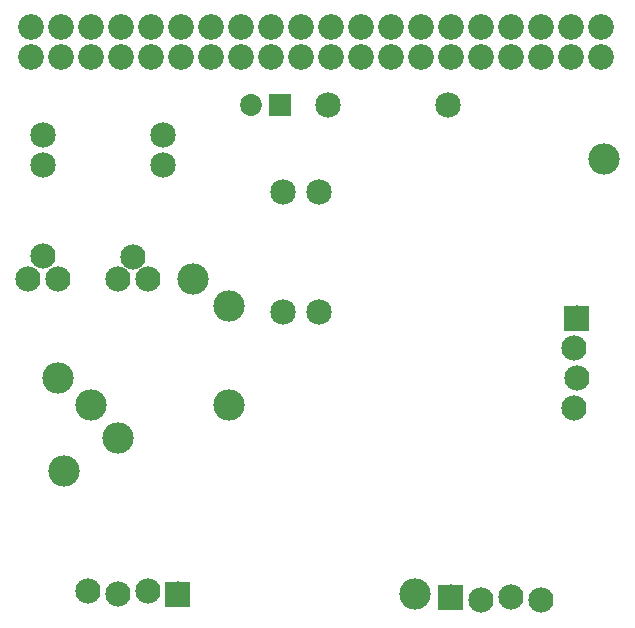
<source format=gbs>
G04 MADE WITH FRITZING*
G04 WWW.FRITZING.ORG*
G04 DOUBLE SIDED*
G04 HOLES PLATED*
G04 CONTOUR ON CENTER OF CONTOUR VECTOR*
%ASAXBY*%
%FSLAX23Y23*%
%MOIN*%
%OFA0B0*%
%SFA1.0B1.0*%
%ADD10C,0.085000*%
%ADD11C,0.104488*%
%ADD12C,0.085361*%
%ADD13C,0.072992*%
%ADD14C,0.084000*%
%ADD15R,0.072992X0.072992*%
%ADD16R,0.001000X0.001000*%
%LNMASK0*%
G90*
G70*
G54D10*
X1090Y1885D03*
X1490Y1885D03*
G54D11*
X2010Y1705D03*
X300Y885D03*
X640Y1305D03*
X190Y975D03*
X760Y885D03*
X760Y1215D03*
X390Y775D03*
X1380Y255D03*
X210Y665D03*
G54D12*
X100Y2045D03*
X200Y2045D03*
X300Y2045D03*
X400Y2045D03*
X500Y2045D03*
X600Y2045D03*
X700Y2045D03*
X800Y2045D03*
X900Y2045D03*
X1000Y2045D03*
X1100Y2045D03*
X1200Y2045D03*
X1300Y2045D03*
X1400Y2045D03*
X1500Y2045D03*
X1600Y2045D03*
X1700Y2045D03*
X1800Y2045D03*
X1900Y2045D03*
X2000Y2045D03*
X2000Y2145D03*
X1900Y2145D03*
X1800Y2145D03*
X1700Y2145D03*
X1600Y2145D03*
X1500Y2145D03*
X1400Y2145D03*
X1300Y2145D03*
X1200Y2145D03*
X1100Y2145D03*
X1000Y2145D03*
X900Y2145D03*
X800Y2145D03*
X700Y2145D03*
X600Y2145D03*
X500Y2145D03*
X400Y2145D03*
X300Y2145D03*
X200Y2145D03*
X100Y2145D03*
G54D13*
X930Y1885D03*
X832Y1885D03*
G54D10*
X1060Y1595D03*
X1060Y1195D03*
X940Y1595D03*
X940Y1195D03*
X140Y1685D03*
X540Y1685D03*
X140Y1785D03*
X540Y1785D03*
G54D14*
X1920Y1175D03*
X1910Y1075D03*
X1920Y975D03*
X1910Y875D03*
X590Y255D03*
X490Y265D03*
X390Y255D03*
X290Y265D03*
X1500Y245D03*
X1600Y235D03*
X1700Y245D03*
X1800Y235D03*
X390Y1305D03*
X440Y1380D03*
X490Y1305D03*
X89Y1307D03*
X139Y1382D03*
X189Y1307D03*
G54D15*
X930Y1885D03*
G54D16*
X1878Y1217D02*
X1961Y1217D01*
X1878Y1216D02*
X1961Y1216D01*
X1878Y1215D02*
X1961Y1215D01*
X1878Y1214D02*
X1961Y1214D01*
X1878Y1213D02*
X1961Y1213D01*
X1878Y1212D02*
X1961Y1212D01*
X1878Y1211D02*
X1961Y1211D01*
X1878Y1210D02*
X1961Y1210D01*
X1878Y1209D02*
X1961Y1209D01*
X1878Y1208D02*
X1961Y1208D01*
X1878Y1207D02*
X1961Y1207D01*
X1878Y1206D02*
X1961Y1206D01*
X1878Y1205D02*
X1961Y1205D01*
X1878Y1204D02*
X1961Y1204D01*
X1878Y1203D02*
X1961Y1203D01*
X1878Y1202D02*
X1961Y1202D01*
X1878Y1201D02*
X1961Y1201D01*
X1878Y1200D02*
X1961Y1200D01*
X1878Y1199D02*
X1961Y1199D01*
X1878Y1198D02*
X1961Y1198D01*
X1878Y1197D02*
X1961Y1197D01*
X1878Y1196D02*
X1961Y1196D01*
X1878Y1195D02*
X1961Y1195D01*
X1878Y1194D02*
X1961Y1194D01*
X1878Y1193D02*
X1961Y1193D01*
X1878Y1192D02*
X1961Y1192D01*
X1878Y1191D02*
X1961Y1191D01*
X1878Y1190D02*
X1915Y1190D01*
X1924Y1190D02*
X1961Y1190D01*
X1878Y1189D02*
X1912Y1189D01*
X1927Y1189D02*
X1961Y1189D01*
X1878Y1188D02*
X1910Y1188D01*
X1928Y1188D02*
X1961Y1188D01*
X1878Y1187D02*
X1909Y1187D01*
X1930Y1187D02*
X1961Y1187D01*
X1878Y1186D02*
X1908Y1186D01*
X1931Y1186D02*
X1961Y1186D01*
X1878Y1185D02*
X1907Y1185D01*
X1932Y1185D02*
X1961Y1185D01*
X1878Y1184D02*
X1906Y1184D01*
X1932Y1184D02*
X1961Y1184D01*
X1878Y1183D02*
X1906Y1183D01*
X1933Y1183D02*
X1961Y1183D01*
X1878Y1182D02*
X1905Y1182D01*
X1934Y1182D02*
X1961Y1182D01*
X1878Y1181D02*
X1905Y1181D01*
X1934Y1181D02*
X1961Y1181D01*
X1878Y1180D02*
X1905Y1180D01*
X1934Y1180D02*
X1961Y1180D01*
X1878Y1179D02*
X1904Y1179D01*
X1935Y1179D02*
X1961Y1179D01*
X1878Y1178D02*
X1904Y1178D01*
X1935Y1178D02*
X1961Y1178D01*
X1878Y1177D02*
X1904Y1177D01*
X1935Y1177D02*
X1961Y1177D01*
X1878Y1176D02*
X1904Y1176D01*
X1935Y1176D02*
X1961Y1176D01*
X1878Y1175D02*
X1904Y1175D01*
X1935Y1175D02*
X1961Y1175D01*
X1878Y1174D02*
X1904Y1174D01*
X1935Y1174D02*
X1961Y1174D01*
X1878Y1173D02*
X1904Y1173D01*
X1935Y1173D02*
X1961Y1173D01*
X1878Y1172D02*
X1904Y1172D01*
X1934Y1172D02*
X1961Y1172D01*
X1878Y1171D02*
X1905Y1171D01*
X1934Y1171D02*
X1961Y1171D01*
X1878Y1170D02*
X1905Y1170D01*
X1934Y1170D02*
X1961Y1170D01*
X1878Y1169D02*
X1905Y1169D01*
X1933Y1169D02*
X1961Y1169D01*
X1878Y1168D02*
X1906Y1168D01*
X1933Y1168D02*
X1961Y1168D01*
X1878Y1167D02*
X1907Y1167D01*
X1932Y1167D02*
X1961Y1167D01*
X1878Y1166D02*
X1907Y1166D01*
X1931Y1166D02*
X1961Y1166D01*
X1878Y1165D02*
X1908Y1165D01*
X1930Y1165D02*
X1961Y1165D01*
X1878Y1164D02*
X1909Y1164D01*
X1929Y1164D02*
X1961Y1164D01*
X1878Y1163D02*
X1911Y1163D01*
X1928Y1163D02*
X1961Y1163D01*
X1878Y1162D02*
X1913Y1162D01*
X1926Y1162D02*
X1961Y1162D01*
X1878Y1161D02*
X1915Y1161D01*
X1923Y1161D02*
X1961Y1161D01*
X1878Y1160D02*
X1961Y1160D01*
X1878Y1159D02*
X1961Y1159D01*
X1878Y1158D02*
X1961Y1158D01*
X1878Y1157D02*
X1961Y1157D01*
X1878Y1156D02*
X1961Y1156D01*
X1878Y1155D02*
X1961Y1155D01*
X1878Y1154D02*
X1961Y1154D01*
X1878Y1153D02*
X1961Y1153D01*
X1878Y1152D02*
X1961Y1152D01*
X1878Y1151D02*
X1961Y1151D01*
X1878Y1150D02*
X1961Y1150D01*
X1878Y1149D02*
X1961Y1149D01*
X1878Y1148D02*
X1961Y1148D01*
X1878Y1147D02*
X1961Y1147D01*
X1878Y1146D02*
X1961Y1146D01*
X1878Y1145D02*
X1961Y1145D01*
X1878Y1144D02*
X1961Y1144D01*
X1878Y1143D02*
X1961Y1143D01*
X1878Y1142D02*
X1961Y1142D01*
X1878Y1141D02*
X1961Y1141D01*
X1878Y1140D02*
X1961Y1140D01*
X1878Y1139D02*
X1961Y1139D01*
X1878Y1138D02*
X1961Y1138D01*
X1878Y1137D02*
X1961Y1137D01*
X1878Y1136D02*
X1961Y1136D01*
X1878Y1135D02*
X1961Y1135D01*
X1878Y1134D02*
X1961Y1134D01*
X548Y297D02*
X631Y297D01*
X548Y296D02*
X631Y296D01*
X548Y295D02*
X631Y295D01*
X548Y294D02*
X631Y294D01*
X548Y293D02*
X631Y293D01*
X548Y292D02*
X631Y292D01*
X548Y291D02*
X631Y291D01*
X548Y290D02*
X631Y290D01*
X548Y289D02*
X631Y289D01*
X548Y288D02*
X631Y288D01*
X548Y287D02*
X631Y287D01*
X1458Y287D02*
X1541Y287D01*
X548Y286D02*
X631Y286D01*
X1458Y286D02*
X1541Y286D01*
X548Y285D02*
X631Y285D01*
X1458Y285D02*
X1541Y285D01*
X548Y284D02*
X631Y284D01*
X1458Y284D02*
X1541Y284D01*
X548Y283D02*
X631Y283D01*
X1458Y283D02*
X1541Y283D01*
X548Y282D02*
X631Y282D01*
X1458Y282D02*
X1541Y282D01*
X548Y281D02*
X631Y281D01*
X1458Y281D02*
X1541Y281D01*
X548Y280D02*
X631Y280D01*
X1458Y280D02*
X1541Y280D01*
X548Y279D02*
X631Y279D01*
X1458Y279D02*
X1541Y279D01*
X548Y278D02*
X631Y278D01*
X1458Y278D02*
X1541Y278D01*
X548Y277D02*
X631Y277D01*
X1458Y277D02*
X1541Y277D01*
X548Y276D02*
X631Y276D01*
X1458Y276D02*
X1541Y276D01*
X548Y275D02*
X631Y275D01*
X1458Y275D02*
X1541Y275D01*
X548Y274D02*
X631Y274D01*
X1458Y274D02*
X1541Y274D01*
X548Y273D02*
X631Y273D01*
X1458Y273D02*
X1541Y273D01*
X548Y272D02*
X631Y272D01*
X1458Y272D02*
X1541Y272D01*
X548Y271D02*
X631Y271D01*
X1458Y271D02*
X1541Y271D01*
X548Y270D02*
X585Y270D01*
X594Y270D02*
X631Y270D01*
X1458Y270D02*
X1541Y270D01*
X548Y269D02*
X582Y269D01*
X597Y269D02*
X631Y269D01*
X1458Y269D02*
X1541Y269D01*
X548Y268D02*
X581Y268D01*
X599Y268D02*
X631Y268D01*
X1458Y268D02*
X1541Y268D01*
X548Y267D02*
X579Y267D01*
X600Y267D02*
X631Y267D01*
X1458Y267D02*
X1541Y267D01*
X548Y266D02*
X578Y266D01*
X601Y266D02*
X631Y266D01*
X1458Y266D02*
X1541Y266D01*
X548Y265D02*
X577Y265D01*
X602Y265D02*
X631Y265D01*
X1458Y265D02*
X1541Y265D01*
X548Y264D02*
X577Y264D01*
X603Y264D02*
X631Y264D01*
X1458Y264D02*
X1541Y264D01*
X548Y263D02*
X576Y263D01*
X603Y263D02*
X631Y263D01*
X1458Y263D02*
X1541Y263D01*
X548Y262D02*
X575Y262D01*
X604Y262D02*
X631Y262D01*
X1458Y262D02*
X1541Y262D01*
X548Y261D02*
X575Y261D01*
X604Y261D02*
X631Y261D01*
X1458Y261D02*
X1541Y261D01*
X548Y260D02*
X575Y260D01*
X604Y260D02*
X631Y260D01*
X1458Y260D02*
X1495Y260D01*
X1505Y260D02*
X1541Y260D01*
X548Y259D02*
X574Y259D01*
X605Y259D02*
X631Y259D01*
X1458Y259D02*
X1492Y259D01*
X1507Y259D02*
X1541Y259D01*
X548Y258D02*
X574Y258D01*
X605Y258D02*
X631Y258D01*
X1458Y258D02*
X1491Y258D01*
X1509Y258D02*
X1541Y258D01*
X548Y257D02*
X574Y257D01*
X605Y257D02*
X631Y257D01*
X1458Y257D02*
X1489Y257D01*
X1510Y257D02*
X1541Y257D01*
X548Y256D02*
X574Y256D01*
X605Y256D02*
X631Y256D01*
X1458Y256D02*
X1488Y256D01*
X1511Y256D02*
X1541Y256D01*
X548Y255D02*
X574Y255D01*
X605Y255D02*
X631Y255D01*
X1458Y255D02*
X1488Y255D01*
X1512Y255D02*
X1541Y255D01*
X548Y254D02*
X574Y254D01*
X605Y254D02*
X631Y254D01*
X1458Y254D02*
X1487Y254D01*
X1513Y254D02*
X1541Y254D01*
X548Y253D02*
X574Y253D01*
X605Y253D02*
X631Y253D01*
X1458Y253D02*
X1486Y253D01*
X1513Y253D02*
X1541Y253D01*
X548Y252D02*
X575Y252D01*
X605Y252D02*
X631Y252D01*
X1458Y252D02*
X1486Y252D01*
X1514Y252D02*
X1541Y252D01*
X548Y251D02*
X575Y251D01*
X604Y251D02*
X631Y251D01*
X1458Y251D02*
X1485Y251D01*
X1514Y251D02*
X1541Y251D01*
X548Y250D02*
X575Y250D01*
X604Y250D02*
X631Y250D01*
X1458Y250D02*
X1485Y250D01*
X1515Y250D02*
X1541Y250D01*
X548Y249D02*
X576Y249D01*
X604Y249D02*
X631Y249D01*
X1458Y249D02*
X1485Y249D01*
X1515Y249D02*
X1541Y249D01*
X548Y248D02*
X576Y248D01*
X603Y248D02*
X631Y248D01*
X1458Y248D02*
X1484Y248D01*
X1515Y248D02*
X1541Y248D01*
X548Y247D02*
X577Y247D01*
X602Y247D02*
X631Y247D01*
X1458Y247D02*
X1484Y247D01*
X1515Y247D02*
X1541Y247D01*
X548Y246D02*
X578Y246D01*
X602Y246D02*
X631Y246D01*
X1458Y246D02*
X1484Y246D01*
X1515Y246D02*
X1541Y246D01*
X548Y245D02*
X579Y245D01*
X601Y245D02*
X631Y245D01*
X1458Y245D02*
X1484Y245D01*
X1515Y245D02*
X1541Y245D01*
X548Y244D02*
X580Y244D01*
X599Y244D02*
X631Y244D01*
X1458Y244D02*
X1484Y244D01*
X1515Y244D02*
X1541Y244D01*
X548Y243D02*
X581Y243D01*
X598Y243D02*
X631Y243D01*
X1458Y243D02*
X1484Y243D01*
X1515Y243D02*
X1541Y243D01*
X548Y242D02*
X583Y242D01*
X596Y242D02*
X631Y242D01*
X1458Y242D02*
X1485Y242D01*
X1515Y242D02*
X1541Y242D01*
X548Y241D02*
X586Y241D01*
X593Y241D02*
X631Y241D01*
X1458Y241D02*
X1485Y241D01*
X1514Y241D02*
X1541Y241D01*
X548Y240D02*
X631Y240D01*
X1458Y240D02*
X1485Y240D01*
X1514Y240D02*
X1541Y240D01*
X548Y239D02*
X631Y239D01*
X1458Y239D02*
X1486Y239D01*
X1514Y239D02*
X1541Y239D01*
X548Y238D02*
X631Y238D01*
X1458Y238D02*
X1486Y238D01*
X1513Y238D02*
X1541Y238D01*
X548Y237D02*
X631Y237D01*
X1458Y237D02*
X1487Y237D01*
X1512Y237D02*
X1541Y237D01*
X548Y236D02*
X631Y236D01*
X1458Y236D02*
X1488Y236D01*
X1512Y236D02*
X1541Y236D01*
X548Y235D02*
X631Y235D01*
X1458Y235D02*
X1489Y235D01*
X1511Y235D02*
X1541Y235D01*
X548Y234D02*
X631Y234D01*
X1458Y234D02*
X1490Y234D01*
X1510Y234D02*
X1541Y234D01*
X548Y233D02*
X631Y233D01*
X1458Y233D02*
X1491Y233D01*
X1508Y233D02*
X1541Y233D01*
X548Y232D02*
X631Y232D01*
X1458Y232D02*
X1493Y232D01*
X1506Y232D02*
X1541Y232D01*
X548Y231D02*
X631Y231D01*
X1458Y231D02*
X1496Y231D01*
X1504Y231D02*
X1541Y231D01*
X548Y230D02*
X631Y230D01*
X1458Y230D02*
X1541Y230D01*
X548Y229D02*
X631Y229D01*
X1458Y229D02*
X1541Y229D01*
X548Y228D02*
X631Y228D01*
X1458Y228D02*
X1541Y228D01*
X548Y227D02*
X631Y227D01*
X1458Y227D02*
X1541Y227D01*
X548Y226D02*
X631Y226D01*
X1458Y226D02*
X1541Y226D01*
X548Y225D02*
X631Y225D01*
X1458Y225D02*
X1541Y225D01*
X548Y224D02*
X631Y224D01*
X1458Y224D02*
X1541Y224D01*
X548Y223D02*
X631Y223D01*
X1458Y223D02*
X1541Y223D01*
X548Y222D02*
X631Y222D01*
X1458Y222D02*
X1541Y222D01*
X548Y221D02*
X631Y221D01*
X1458Y221D02*
X1541Y221D01*
X548Y220D02*
X631Y220D01*
X1458Y220D02*
X1541Y220D01*
X548Y219D02*
X631Y219D01*
X1458Y219D02*
X1541Y219D01*
X548Y218D02*
X631Y218D01*
X1458Y218D02*
X1541Y218D01*
X548Y217D02*
X631Y217D01*
X1458Y217D02*
X1541Y217D01*
X548Y216D02*
X631Y216D01*
X1458Y216D02*
X1541Y216D01*
X548Y215D02*
X631Y215D01*
X1458Y215D02*
X1541Y215D01*
X548Y214D02*
X631Y214D01*
X1458Y214D02*
X1541Y214D01*
X1458Y213D02*
X1541Y213D01*
X1458Y212D02*
X1541Y212D01*
X1458Y211D02*
X1541Y211D01*
X1458Y210D02*
X1541Y210D01*
X1458Y209D02*
X1541Y209D01*
X1458Y208D02*
X1541Y208D01*
X1458Y207D02*
X1541Y207D01*
X1458Y206D02*
X1541Y206D01*
X1458Y205D02*
X1541Y205D01*
X1458Y204D02*
X1541Y204D01*
D02*
G04 End of Mask0*
M02*
</source>
